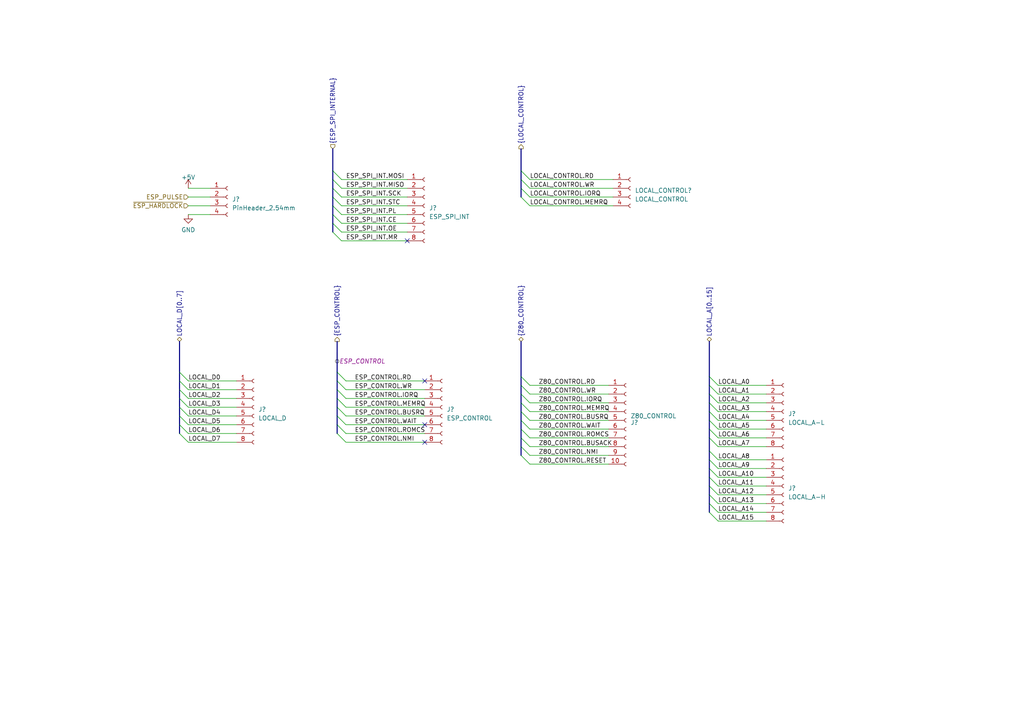
<source format=kicad_sch>
(kicad_sch (version 20230121) (generator eeschema)
  (paper "A4")
  (lib_symbols
    (symbol "Connector:Conn_01x04_Socket" (pin_names (offset 1.016) hide)
      (property "Reference" "J" (at 0 5.08 0))
      (property "Value" "Conn_01x04_Socket" (at 0 -7.62 0))
      (symbol "Conn_01x04_Socket_1_1"
        (arc (start 0 -4.572) (mid -0.5058 -5.08) (end 0 -5.588) (stroke (width 0.1524)))
        (arc (start 0 -2.032) (mid -0.5058 -2.54) (end 0 -3.048) (stroke (width 0.1524)))
        (polyline (pts (xy -1.27 -5.08) (xy -0.508 -5.08)) (stroke (width 0.1524)))
        (polyline (pts (xy -1.27 -2.54) (xy -0.508 -2.54)) (stroke (width 0.1524)))
        (polyline (pts (xy -1.27 0) (xy -0.508 0)) (stroke (width 0.1524)))
        (polyline (pts (xy -1.27 2.54) (xy -0.508 2.54)) (stroke (width 0.1524)))
        (arc (start 0 0.508) (mid -0.5058 0) (end 0 -0.508) (stroke (width 0.1524)))
        (arc (start 0 3.048) (mid -0.5058 2.54) (end 0 2.032) (stroke (width 0.1524)))
        (pin passive line (at -5.08 2.54 0) (length 3.81) (name "Pin_1") (number "1"))
        (pin passive line (at -5.08 0 0) (length 3.81) (name "Pin_2") (number "2"))
        (pin passive line (at -5.08 -2.54 0) (length 3.81) (name "Pin_3") (number "3"))
        (pin passive line (at -5.08 -5.08 0) (length 3.81) (name "Pin_4") (number "4"))
      )
    )
    (symbol "Connector:Conn_01x08_Socket" (pin_names (offset 1.016) hide)
      (property "Reference" "J" (at 0 10.16 0))
      (property "Value" "Conn_01x08_Socket" (at 0 -12.7 0))
      (symbol "Conn_01x08_Socket_1_1"
        (arc (start 0 -9.652) (mid -0.5058 -10.16) (end 0 -10.668) (stroke (width 0.1524)))
        (arc (start 0 -7.112) (mid -0.5058 -7.62) (end 0 -8.128) (stroke (width 0.1524)))
        (arc (start 0 -4.572) (mid -0.5058 -5.08) (end 0 -5.588) (stroke (width 0.1524)))
        (arc (start 0 -2.032) (mid -0.5058 -2.54) (end 0 -3.048) (stroke (width 0.1524)))
        (polyline (pts (xy -1.27 -10.16) (xy -0.508 -10.16)) (stroke (width 0.1524)))
        (polyline (pts (xy -1.27 -7.62) (xy -0.508 -7.62)) (stroke (width 0.1524)))
        (polyline (pts (xy -1.27 -5.08) (xy -0.508 -5.08)) (stroke (width 0.1524)))
        (polyline (pts (xy -1.27 -2.54) (xy -0.508 -2.54)) (stroke (width 0.1524)))
        (polyline (pts (xy -1.27 0) (xy -0.508 0)) (stroke (width 0.1524)))
        (polyline (pts (xy -1.27 2.54) (xy -0.508 2.54)) (stroke (width 0.1524)))
        (polyline (pts (xy -1.27 5.08) (xy -0.508 5.08)) (stroke (width 0.1524)))
        (polyline (pts (xy -1.27 7.62) (xy -0.508 7.62)) (stroke (width 0.1524)))
        (arc (start 0 0.508) (mid -0.5058 0) (end 0 -0.508) (stroke (width 0.1524)))
        (arc (start 0 3.048) (mid -0.5058 2.54) (end 0 2.032) (stroke (width 0.1524)))
        (arc (start 0 5.588) (mid -0.5058 5.08) (end 0 4.572) (stroke (width 0.1524)))
        (arc (start 0 8.128) (mid -0.5058 7.62) (end 0 7.112) (stroke (width 0.1524)))
        (pin passive line (at -5.08 7.62 0) (length 3.81) (name "Pin_1") (number "1"))
        (pin passive line (at -5.08 5.08 0) (length 3.81) (name "Pin_2") (number "2"))
        (pin passive line (at -5.08 2.54 0) (length 3.81) (name "Pin_3") (number "3"))
        (pin passive line (at -5.08 0 0) (length 3.81) (name "Pin_4") (number "4"))
        (pin passive line (at -5.08 -2.54 0) (length 3.81) (name "Pin_5") (number "5"))
        (pin passive line (at -5.08 -5.08 0) (length 3.81) (name "Pin_6") (number "6"))
        (pin passive line (at -5.08 -7.62 0) (length 3.81) (name "Pin_7") (number "7"))
        (pin passive line (at -5.08 -10.16 0) (length 3.81) (name "Pin_8") (number "8"))
      )
    )
    (symbol "Connector:Conn_01x10_Socket" (pin_names (offset 1.016) hide)
      (property "Reference" "J" (at 0 12.7 0))
      (property "Value" "Conn_01x10_Socket" (at 0 -15.24 0))
      (symbol "Conn_01x10_Socket_1_1"
        (arc (start 0 -12.192) (mid -0.5058 -12.7) (end 0 -13.208) (stroke (width 0.1524)))
        (arc (start 0 -9.652) (mid -0.5058 -10.16) (end 0 -10.668) (stroke (width 0.1524)))
        (arc (start 0 -7.112) (mid -0.5058 -7.62) (end 0 -8.128) (stroke (width 0.1524)))
        (arc (start 0 -4.572) (mid -0.5058 -5.08) (end 0 -5.588) (stroke (width 0.1524)))
        (arc (start 0 -2.032) (mid -0.5058 -2.54) (end 0 -3.048) (stroke (width 0.1524)))
        (polyline (pts (xy -1.27 -12.7) (xy -0.508 -12.7)) (stroke (width 0.1524)))
        (polyline (pts (xy -1.27 -10.16) (xy -0.508 -10.16)) (stroke (width 0.1524)))
        (polyline (pts (xy -1.27 -7.62) (xy -0.508 -7.62)) (stroke (width 0.1524)))
        (polyline (pts (xy -1.27 -5.08) (xy -0.508 -5.08)) (stroke (width 0.1524)))
        (polyline (pts (xy -1.27 -2.54) (xy -0.508 -2.54)) (stroke (width 0.1524)))
        (polyline (pts (xy -1.27 0) (xy -0.508 0)) (stroke (width 0.1524)))
        (polyline (pts (xy -1.27 2.54) (xy -0.508 2.54)) (stroke (width 0.1524)))
        (polyline (pts (xy -1.27 5.08) (xy -0.508 5.08)) (stroke (width 0.1524)))
        (polyline (pts (xy -1.27 7.62) (xy -0.508 7.62)) (stroke (width 0.1524)))
        (polyline (pts (xy -1.27 10.16) (xy -0.508 10.16)) (stroke (width 0.1524)))
        (arc (start 0 0.508) (mid -0.5058 0) (end 0 -0.508) (stroke (width 0.1524)))
        (arc (start 0 3.048) (mid -0.5058 2.54) (end 0 2.032) (stroke (width 0.1524)))
        (arc (start 0 5.588) (mid -0.5058 5.08) (end 0 4.572) (stroke (width 0.1524)))
        (arc (start 0 8.128) (mid -0.5058 7.62) (end 0 7.112) (stroke (width 0.1524)))
        (arc (start 0 10.668) (mid -0.5058 10.16) (end 0 9.652) (stroke (width 0.1524)))
        (pin passive line (at -5.08 10.16 0) (length 3.81) (name "Pin_1") (number "1"))
        (pin passive line (at -5.08 -12.7 0) (length 3.81) (name "Pin_10") (number "10"))
        (pin passive line (at -5.08 7.62 0) (length 3.81) (name "Pin_2") (number "2"))
        (pin passive line (at -5.08 5.08 0) (length 3.81) (name "Pin_3") (number "3"))
        (pin passive line (at -5.08 2.54 0) (length 3.81) (name "Pin_4") (number "4"))
        (pin passive line (at -5.08 0 0) (length 3.81) (name "Pin_5") (number "5"))
        (pin passive line (at -5.08 -2.54 0) (length 3.81) (name "Pin_6") (number "6"))
        (pin passive line (at -5.08 -5.08 0) (length 3.81) (name "Pin_7") (number "7"))
        (pin passive line (at -5.08 -7.62 0) (length 3.81) (name "Pin_8") (number "8"))
        (pin passive line (at -5.08 -10.16 0) (length 3.81) (name "Pin_9") (number "9"))
      )
    )
    (symbol "power:+5V" (power) (pin_names (offset 0))
      (property "Value" "+5V" (at 0 3.556 0))
      (symbol "+5V_0_1"
        (polyline (pts (xy -0.762 1.27) (xy 0 2.54)))
        (polyline (pts (xy 0 0) (xy 0 2.54)))
        (polyline (pts (xy 0 2.54) (xy 0.762 1.27)))
      )
      (symbol "+5V_1_1"
        (pin power_in line (at 0 0 90) (length 0) hide (name "+5V") (number "1"))
      )
    )
    (symbol "power:GND" (power) (pin_names (offset 0))
      (property "Value" "GND" (at 0 -3.81 0))
      (symbol "GND_0_1"
        (polyline (pts (xy 0 0) (xy 0 -1.27) (xy 1.27 -1.27) (xy 0 -2.54) (xy -1.27 -1.27) (xy 0 -1.27)))
      )
      (symbol "GND_1_1"
        (pin power_in line (at 0 0 270) (length 0) hide (name "GND") (number "1"))
      )
    )
  )
  (bus_alias "ESP_CONTROL" (members "ESP_CONTROL.RD" "ESP_CONTROL.WR" "ESP_CONTROL.IORQ" "ESP_CONTROL.MEMRQ" "ESP_CONTROL.BUSRQ" "ESP_CONTROL.WAIT" "ESP_CONTROL.ROMCS" "ESP_CONTROL.NMI"))
  (no_connect (at 123.19 123.19))
  (no_connect (at 123.19 110.49))
  (no_connect (at 123.19 128.27))
  (no_connect (at 118.11 69.85))
  (bus_entry (at 205.74 143.51) (size 2.54 2.54))
  (bus_entry (at 52.07 110.49) (size 2.54 2.54))
  (bus_entry (at 97.79 118.11) (size 2.54 2.54))
  (bus_entry (at 151.13 114.3) (size 2.54 2.54))
  (bus_entry (at 151.13 129.54) (size 2.54 2.54))
  (bus_entry (at 96.52 59.69) (size 2.54 2.54))
  (bus_entry (at 52.07 107.95) (size 2.54 2.54))
  (bus_entry (at 151.13 116.84) (size 2.54 2.54))
  (bus_entry (at 96.52 52.07) (size 2.54 2.54))
  (bus_entry (at 97.79 120.65) (size 2.54 2.54))
  (bus_entry (at 205.74 121.92) (size 2.54 2.54))
  (bus_entry (at 151.13 109.22) (size 2.54 2.54))
  (bus_entry (at 97.79 110.49) (size 2.54 2.54))
  (bus_entry (at 205.74 114.3) (size 2.54 2.54))
  (bus_entry (at 96.52 62.23) (size 2.54 2.54))
  (bus_entry (at 151.13 57.15) (size 2.54 2.54))
  (bus_entry (at 52.07 118.11) (size 2.54 2.54))
  (bus_entry (at 97.79 125.73) (size 2.54 2.54))
  (bus_entry (at 96.52 49.53) (size 2.54 2.54))
  (bus_entry (at 205.74 146.05) (size 2.54 2.54))
  (bus_entry (at 151.13 54.61) (size 2.54 2.54))
  (bus_entry (at 151.13 121.92) (size 2.54 2.54))
  (bus_entry (at 52.07 123.19) (size 2.54 2.54))
  (bus_entry (at 151.13 132.08) (size 2.54 2.54))
  (bus_entry (at 52.07 125.73) (size 2.54 2.54))
  (bus_entry (at 205.74 124.46) (size 2.54 2.54))
  (bus_entry (at 205.74 130.81) (size 2.54 2.54))
  (bus_entry (at 205.74 116.84) (size 2.54 2.54))
  (bus_entry (at 205.74 119.38) (size 2.54 2.54))
  (bus_entry (at 96.52 57.15) (size 2.54 2.54))
  (bus_entry (at 96.52 64.77) (size 2.54 2.54))
  (bus_entry (at 52.07 115.57) (size 2.54 2.54))
  (bus_entry (at 97.79 107.95) (size 2.54 2.54))
  (bus_entry (at 151.13 52.07) (size 2.54 2.54))
  (bus_entry (at 151.13 119.38) (size 2.54 2.54))
  (bus_entry (at 96.52 67.31) (size 2.54 2.54))
  (bus_entry (at 52.07 113.03) (size 2.54 2.54))
  (bus_entry (at 151.13 49.53) (size 2.54 2.54))
  (bus_entry (at 97.79 115.57) (size 2.54 2.54))
  (bus_entry (at 205.74 148.59) (size 2.54 2.54))
  (bus_entry (at 151.13 111.76) (size 2.54 2.54))
  (bus_entry (at 52.07 120.65) (size 2.54 2.54))
  (bus_entry (at 205.74 135.89) (size 2.54 2.54))
  (bus_entry (at 205.74 140.97) (size 2.54 2.54))
  (bus_entry (at 151.13 127) (size 2.54 2.54))
  (bus_entry (at 96.52 54.61) (size 2.54 2.54))
  (bus_entry (at 205.74 127) (size 2.54 2.54))
  (bus_entry (at 97.79 123.19) (size 2.54 2.54))
  (bus_entry (at 97.79 113.03) (size 2.54 2.54))
  (bus_entry (at 205.74 109.22) (size 2.54 2.54))
  (bus_entry (at 205.74 111.76) (size 2.54 2.54))
  (bus_entry (at 205.74 133.35) (size 2.54 2.54))
  (bus_entry (at 151.13 124.46) (size 2.54 2.54))
  (bus_entry (at 205.74 138.43) (size 2.54 2.54))
  (bus (pts (xy 151.13 129.54) (xy 151.13 132.08)))
  (bus (pts (xy 151.13 49.53) (xy 151.13 52.07)))
  (wire (pts (xy 222.25 135.89) (xy 208.28 135.89)))
  (wire (pts (xy 100.33 118.11) (xy 123.19 118.11)))
  (bus (pts (xy 151.13 52.07) (xy 151.13 54.61)))
  (bus (pts (xy 97.79 107.95) (xy 97.79 110.49)))
  (bus (pts (xy 205.74 140.97) (xy 205.74 143.51)))
  (wire (pts (xy 100.33 120.65) (xy 123.19 120.65)))
  (wire (pts (xy 153.67 134.62) (xy 176.53 134.62)))
  (bus (pts (xy 151.13 109.22) (xy 151.13 111.76)))
  (bus (pts (xy 96.52 62.23) (xy 96.52 64.77)))
  (wire (pts (xy 222.25 138.43) (xy 208.28 138.43)))
  (wire (pts (xy 153.67 114.3) (xy 176.53 114.3)))
  (bus (pts (xy 205.74 111.76) (xy 205.74 114.3)))
  (wire (pts (xy 99.06 52.07) (xy 118.11 52.07)))
  (bus (pts (xy 205.74 109.22) (xy 205.74 111.76)))
  (bus (pts (xy 205.74 116.84) (xy 205.74 119.38)))
  (wire (pts (xy 99.06 64.77) (xy 118.11 64.77)))
  (bus (pts (xy 52.07 99.06) (xy 52.07 107.95)))
  (bus (pts (xy 52.07 110.49) (xy 52.07 113.03)))
  (bus (pts (xy 96.52 57.15) (xy 96.52 59.69)))
  (wire (pts (xy 222.25 119.38) (xy 208.28 119.38)))
  (wire (pts (xy 153.67 129.54) (xy 176.53 129.54)))
  (bus (pts (xy 151.13 114.3) (xy 151.13 116.84)))
  (wire (pts (xy 153.67 132.08) (xy 176.53 132.08)))
  (bus (pts (xy 205.74 133.35) (xy 205.74 135.89)))
  (bus (pts (xy 97.79 123.19) (xy 97.79 125.73)))
  (bus (pts (xy 96.52 54.61) (xy 96.52 57.15)))
  (wire (pts (xy 222.25 143.51) (xy 208.28 143.51)))
  (bus (pts (xy 52.07 118.11) (xy 52.07 120.65)))
  (wire (pts (xy 68.58 123.19) (xy 54.61 123.19)))
  (bus (pts (xy 151.13 43.18) (xy 151.13 49.53)))
  (wire (pts (xy 100.33 125.73) (xy 123.19 125.73)))
  (wire (pts (xy 222.25 124.46) (xy 208.28 124.46)))
  (bus (pts (xy 151.13 99.06) (xy 151.13 109.22)))
  (wire (pts (xy 222.25 133.35) (xy 208.28 133.35)))
  (bus (pts (xy 97.79 118.11) (xy 97.79 120.65)))
  (wire (pts (xy 100.33 110.49) (xy 123.19 110.49)))
  (bus (pts (xy 205.74 119.38) (xy 205.74 121.92)))
  (bus (pts (xy 205.74 127) (xy 205.74 130.81)))
  (wire (pts (xy 68.58 113.03) (xy 54.61 113.03)))
  (wire (pts (xy 153.67 119.38) (xy 176.53 119.38)))
  (wire (pts (xy 222.25 140.97) (xy 208.28 140.97)))
  (wire (pts (xy 54.61 59.69) (xy 60.96 59.69)))
  (wire (pts (xy 54.61 54.61) (xy 60.96 54.61)))
  (wire (pts (xy 153.67 111.76) (xy 176.53 111.76)))
  (bus (pts (xy 97.79 120.65) (xy 97.79 123.19)))
  (wire (pts (xy 100.33 128.27) (xy 123.19 128.27)))
  (wire (pts (xy 222.25 114.3) (xy 208.28 114.3)))
  (bus (pts (xy 205.74 135.89) (xy 205.74 138.43)))
  (wire (pts (xy 68.58 115.57) (xy 54.61 115.57)))
  (bus (pts (xy 96.52 64.77) (xy 96.52 67.31)))
  (bus (pts (xy 97.79 99.06) (xy 97.79 107.95)))
  (wire (pts (xy 153.67 127) (xy 176.53 127)))
  (wire (pts (xy 68.58 120.65) (xy 54.61 120.65)))
  (wire (pts (xy 222.25 146.05) (xy 208.28 146.05)))
  (bus (pts (xy 205.74 130.81) (xy 205.74 133.35)))
  (bus (pts (xy 205.74 121.92) (xy 205.74 124.46)))
  (bus (pts (xy 205.74 99.06) (xy 205.74 109.22)))
  (wire (pts (xy 222.25 129.54) (xy 208.28 129.54)))
  (wire (pts (xy 153.67 54.61) (xy 177.8 54.61)))
  (bus (pts (xy 205.74 143.51) (xy 205.74 146.05)))
  (bus (pts (xy 52.07 123.19) (xy 52.07 125.73)))
  (wire (pts (xy 153.67 57.15) (xy 177.8 57.15)))
  (wire (pts (xy 153.67 116.84) (xy 176.53 116.84)))
  (bus (pts (xy 97.79 115.57) (xy 97.79 118.11)))
  (wire (pts (xy 153.67 59.69) (xy 177.8 59.69)))
  (bus (pts (xy 151.13 127) (xy 151.13 129.54)))
  (wire (pts (xy 100.33 115.57) (xy 123.19 115.57)))
  (wire (pts (xy 68.58 110.49) (xy 54.61 110.49)))
  (wire (pts (xy 222.25 121.92) (xy 208.28 121.92)))
  (wire (pts (xy 99.06 67.31) (xy 118.11 67.31)))
  (bus (pts (xy 96.52 49.53) (xy 96.52 52.07)))
  (wire (pts (xy 153.67 124.46) (xy 176.53 124.46)))
  (bus (pts (xy 151.13 116.84) (xy 151.13 119.38)))
  (bus (pts (xy 151.13 54.61) (xy 151.13 57.15)))
  (wire (pts (xy 99.06 54.61) (xy 118.11 54.61)))
  (bus (pts (xy 96.52 43.18) (xy 96.52 49.53)))
  (wire (pts (xy 100.33 123.19) (xy 123.19 123.19)))
  (bus (pts (xy 151.13 121.92) (xy 151.13 124.46)))
  (bus (pts (xy 97.79 110.49) (xy 97.79 113.03)))
  (wire (pts (xy 153.67 52.07) (xy 177.8 52.07)))
  (wire (pts (xy 222.25 151.13) (xy 208.28 151.13)))
  (wire (pts (xy 100.33 113.03) (xy 123.19 113.03)))
  (bus (pts (xy 205.74 124.46) (xy 205.74 127)))
  (wire (pts (xy 99.06 57.15) (xy 118.11 57.15)))
  (wire (pts (xy 222.25 116.84) (xy 208.28 116.84)))
  (bus (pts (xy 205.74 146.05) (xy 205.74 148.59)))
  (bus (pts (xy 52.07 115.57) (xy 52.07 118.11)))
  (bus (pts (xy 52.07 107.95) (xy 52.07 110.49)))
  (wire (pts (xy 222.25 127) (xy 208.28 127)))
  (bus (pts (xy 151.13 119.38) (xy 151.13 121.92)))
  (wire (pts (xy 54.61 62.23) (xy 60.96 62.23)))
  (wire (pts (xy 68.58 128.27) (xy 54.61 128.27)))
  (bus (pts (xy 52.07 120.65) (xy 52.07 123.19)))
  (wire (pts (xy 222.25 148.59) (xy 208.28 148.59)))
  (wire (pts (xy 54.61 57.15) (xy 60.96 57.15)))
  (wire (pts (xy 153.67 121.92) (xy 176.53 121.92)))
  (wire (pts (xy 99.06 62.23) (xy 118.11 62.23)))
  (wire (pts (xy 68.58 125.73) (xy 54.61 125.73)))
  (bus (pts (xy 151.13 111.76) (xy 151.13 114.3)))
  (bus (pts (xy 151.13 124.46) (xy 151.13 127)))
  (wire (pts (xy 222.25 111.76) (xy 208.28 111.76)))
  (bus (pts (xy 96.52 52.07) (xy 96.52 54.61)))
  (wire (pts (xy 99.06 69.85) (xy 118.11 69.85)))
  (bus (pts (xy 205.74 114.3) (xy 205.74 116.84)))
  (bus (pts (xy 205.74 138.43) (xy 205.74 140.97)))
  (bus (pts (xy 96.52 59.69) (xy 96.52 62.23)))
  (wire (pts (xy 99.06 59.69) (xy 118.11 59.69)))
  (bus (pts (xy 52.07 113.03) (xy 52.07 115.57)))
  (wire (pts (xy 68.58 118.11) (xy 54.61 118.11)))
  (bus (pts (xy 97.79 113.03) (xy 97.79 115.57)))
  (label "ESP_SPI_INT.MR" (at 100.33 69.85 0))
  (label "LOCAL_A8" (at 208.28 133.35 0))
  (label "ESP_SPI_INT.MISO" (at 100.33 54.61 0))
  (label "ESP_CONTROL.MEMRQ" (at 102.87 118.11 0))
  (label "LOCAL_D3" (at 54.61 118.11 0))
  (label "LOCAL_A11" (at 208.28 140.97 0))
  (label "LOCAL_A3" (at 208.28 119.38 0))
  (label "LOCAL_A10" (at 208.28 138.43 0))
  (label "ESP_CONTROL.WR" (at 102.87 113.03 0))
  (label "Z80_CONTROL.RESET" (at 156.21 134.62 0))
  (label "Z80_CONTROL.MEMRQ" (at 156.21 119.38 0))
  (label "LOCAL_D0" (at 54.61 110.49 0))
  (label "LOCAL_A0" (at 208.28 111.76 0))
  (label "ESP_CONTROL.RD" (at 102.87 110.49 0))
  (label "ESP_SPI_INT.PL" (at 100.33 62.23 0))
  (label "ESP_SPI_INT.SCK" (at 100.33 57.15 0))
  (label "LOCAL_D1" (at 54.61 113.03 0))
  (label "Z80_CONTROL.WR" (at 156.21 114.3 0))
  (label "Z80_CONTROL.NMI" (at 156.21 132.08 0))
  (label "ESP_SPI_INT.STC" (at 100.33 59.69 0))
  (label "LOCAL_A1" (at 208.28 114.3 0))
  (label "LOCAL_A2" (at 208.28 116.84 0))
  (label "LOCAL_A14" (at 208.28 148.59 0))
  (label "ESP_SPI_INT.OE" (at 100.33 67.31 0))
  (label "ESP_CONTROL.BUSRQ" (at 102.87 120.65 0))
  (label "LOCAL_CONTROL.IORQ" (at 153.67 57.15 0))
  (label "Z80_CONTROL.WAIT" (at 156.21 124.46 0))
  (label "LOCAL_D4" (at 54.61 120.65 0))
  (label "LOCAL_A9" (at 208.28 135.89 0))
  (label "ESP_SPI_INT.MOSI" (at 100.33 52.07 0))
  (label "Z80_CONTROL.IORQ" (at 156.21 116.84 0))
  (label "LOCAL_A4" (at 208.28 121.92 0))
  (label "LOCAL_D6" (at 54.61 125.73 0))
  (label "Z80_CONTROL.RD" (at 156.21 111.76 0))
  (label "Z80_CONTROL.ROMCS" (at 156.21 127 0))
  (label "ESP_CONTROL.WAIT" (at 102.87 123.19 0))
  (label "LOCAL_D2" (at 54.61 115.57 0))
  (label "LOCAL_A13" (at 208.28 146.05 0))
  (label "LOCAL_D5" (at 54.61 123.19 0))
  (label "ESP_CONTROL.NMI" (at 102.87 128.27 0))
  (label "ESP_CONTROL.ROMCS" (at 102.87 125.73 0))
  (label "LOCAL_CONTROL.RD" (at 153.67 52.07 0))
  (label "LOCAL_CONTROL.MEMRQ" (at 153.67 59.69 0))
  (label "Z80_CONTROL.BUSACK" (at 156.21 129.54 0))
  (label "LOCAL_A6" (at 208.28 127 0))
  (label "LOCAL_A7" (at 208.28 129.54 0))
  (label "Z80_CONTROL.BUSRQ" (at 156.21 121.92 0))
  (label "ESP_CONTROL.IORQ" (at 102.87 115.57 0))
  (label "LOCAL_D7" (at 54.61 128.27 0))
  (label "LOCAL_A5" (at 208.28 124.46 0))
  (label "LOCAL_A15" (at 208.28 151.13 0))
  (label "LOCAL_CONTROL.WR" (at 153.67 54.61 0))
  (label "ESP_SPI_INT.CE" (at 100.33 64.77 0))
  (label "LOCAL_A12" (at 208.28 143.51 0))
  (hierarchical_label "{ESP_CONTROL}" (shape output) (at 97.79 99.06 90))
  (hierarchical_label "{LOCAL_CONTROL}" (shape output) (at 151.13 43.18 90))
  (hierarchical_label "~{ESP_HARDLOCK}" (shape input) (at 54.61 59.69 180))
  (hierarchical_label "ESP_PULSE" (shape input) (at 54.61 57.15 180))
  (hierarchical_label "LOCAL_A[0..15]" (shape bidirectional) (at 205.74 99.06 90))
  (hierarchical_label "{ESP_SPI_INTERNAL}" (shape input) (at 96.52 43.18 90))
  (hierarchical_label "LOCAL_D[0..7]" (shape bidirectional) (at 52.07 99.06 90))
  (hierarchical_label "{Z80_CONTROL}" (shape bidirectional) (at 151.13 99.06 90))
  (netclass_flag "" (length 2.54) (shape round) (at 97.79 102.235 180) (property "Netclass" "ESP_CONTROL" (at 98.3996 104.775 0) (effects (font italic) (justify left))))
  (symbol (lib_id "power:+5V") (at 54.61 54.61 0) (unit 1)
    (property "Reference" "#PWR?" (effects hide))
    (property "Value" "+5V" (at 54.61 51.435 0))
    (instances (project "SPI-Z80-BUS-ZXSpectrum_impl_V2" (path "" (reference "#PWR?") (unit 1))) (project "ZXspectrum_Concept_v2.kicad_pro" (path "" (reference "#PWR014") (unit 1))))
  )
  (symbol (lib_id "Connector:Conn_01x04_Socket") (at 182.88 54.61 0) (unit 1)
    (property "Reference" "LOCAL_CONTROL?" (at 184.15 55.245 0) (effects (justify left)))
    (property "Value" "LOCAL_CONTROL" (at 184.15 57.785 0) (effects (justify left)))
    (property "Footprint" "Connector_PinHeader_2.54mm:PinHeader_1x04_P2.54mm_Vertical" (effects hide))
    (instances (project "SPI-Z80-BUS-ZXSpectrum_impl_V2" (path "" (reference "LOCAL_CONTROL?") (unit 1))) (project "ZXspectrum_Concept_v2.kicad_pro" (path "" (reference "LOCAL_CONTROL1") (unit 1))))
  )
  (symbol (lib_id "Connector:Conn_01x08_Socket") (at 73.66 118.11 0) (unit 1)
    (property "Reference" "J?" (at 74.93 118.745 0) (effects (justify left)))
    (property "Value" "LOCAL_D" (at 74.93 121.285 0) (effects (justify left)))
    (property "Footprint" "Connector_PinHeader_2.54mm:PinHeader_1x08_P2.54mm_Vertical" (effects hide))
    (instances (project "SPI-Z80-BUS_ZXspectrum" (path "" (reference "J?") (unit 1))) (project "FujiNet_Z80Bus_Basic" (path "" (reference "J?") (unit 1))) (project "SPI-Z80-BUS-ZXSpectrum_impl_V2" (path "" (reference "J?") (unit 1)) (path "" (reference "J?") (unit 1))) (project "ZXspectrum_Concept_v2.kicad_pro" (path "" (reference "J2") (unit 1))))
  )
  (symbol (lib_id "Connector:Conn_01x08_Socket") (at 128.27 118.11 0) (unit 1)
    (property "Reference" "J?" (at 129.54 118.745 0) (effects (justify left)))
    (property "Value" "ESP_CONTROL" (at 129.54 121.285 0) (effects (justify left)))
    (property "Footprint" "Connector_PinHeader_2.54mm:PinHeader_1x08_P2.54mm_Vertical" (effects hide))
    (instances (project "SPI-Z80-BUS_ZXspectrum" (path "" (reference "J?") (unit 1))) (project "FujiNet_Z80Bus_Basic" (path "" (reference "J?") (unit 1))) (project "SPI-Z80-BUS-ZXSpectrum_impl_V2" (path "" (reference "J?") (unit 1)) (path "" (reference "J?") (unit 1))) (project "ZXspectrum_Concept_v2.kicad_pro" (path "" (reference "J4") (unit 1))))
  )
  (symbol (lib_id "power:GND") (at 54.61 62.23 0) (unit 1)
    (property "Reference" "#PWR?" (effects hide))
    (property "Value" "GND" (at 54.61 66.675 0))
    (instances (project "SPI-Z80-BUS-ZXSpectrum_impl_V2" (path "" (reference "#PWR?") (unit 1))) (project "ZXspectrum_Concept_v2.kicad_pro" (path "" (reference "#PWR015") (unit 1))))
  )
  (symbol (lib_id "Connector:Conn_01x10_Socket") (at 181.61 121.92 0) (unit 1)
    (property "Reference" "J?" (at 182.88 122.555 0) (effects (justify left)))
    (property "Value" "Z80_CONTROL" (at 182.88 120.65 0) (effects (justify left)))
    (property "Footprint" "Connector_PinHeader_2.54mm:PinHeader_1x10_P2.54mm_Vertical" (effects hide))
    (instances (project "SPI-Z80-BUS-ZXSpectrum_impl_V2" (path "" (reference "J?") (unit 1))) (project "ZXspectrum_Concept_v2.kicad_pro" (path "" (reference "J5") (unit 1))))
  )
  (symbol (lib_id "Connector:Conn_01x04_Socket") (at 66.04 57.15 0) (unit 1)
    (property "Reference" "J?" (at 67.31 57.785 0) (effects (justify left)))
    (property "Value" "PinHeader_2.54mm" (at 67.31 60.325 0) (effects (justify left)))
    (property "Footprint" "Connector_PinHeader_2.54mm:PinHeader_1x04_P2.54mm_Vertical" (effects hide))
    (instances (project "SPI-Z80-BUS-ZXSpectrum_impl_V2" (path "" (reference "J?") (unit 1))) (project "ZXspectrum_Concept_v2.kicad_pro" (path "" (reference "J1") (unit 1))))
  )
  (symbol (lib_id "Connector:Conn_01x08_Socket") (at 227.33 119.38 0) (unit 1)
    (property "Reference" "J?" (at 228.6 120.015 0) (effects (justify left)))
    (property "Value" "LOCAL_A-L" (at 228.6 122.555 0) (effects (justify left)))
    (property "Footprint" "Connector_PinHeader_2.54mm:PinHeader_1x08_P2.54mm_Vertical" (effects hide))
    (instances (project "SPI-Z80-BUS_ZXspectrum" (path "" (reference "J?") (unit 1))) (project "FujiNet_Z80Bus_Basic" (path "" (reference "J?") (unit 1))) (project "SPI-Z80-BUS-ZXSpectrum_impl_V2" (path "" (reference "J?") (unit 1)) (path "" (reference "J?") (unit 1))) (project "ZXspectrum_Concept_v2.kicad_pro" (path "" (reference "J6") (unit 1))))
  )
  (symbol (lib_id "Connector:Conn_01x08_Socket") (at 227.33 140.97 0) (unit 1)
    (property "Reference" "J?" (at 228.6 141.605 0) (effects (justify left)))
    (property "Value" "LOCAL_A-H" (at 228.6 144.145 0) (effects (justify left)))
    (property "Footprint" "Connector_PinHeader_2.54mm:PinHeader_1x08_P2.54mm_Vertical" (effects hide))
    (instances (project "SPI-Z80-BUS_ZXspectrum" (path "" (reference "J?") (unit 1))) (project "FujiNet_Z80Bus_Basic" (path "" (reference "J?") (unit 1))) (project "SPI-Z80-BUS-ZXSpectrum_impl_V2" (path "" (reference "J?") (unit 1)) (path "" (reference "J?") (unit 1))) (project "ZXspectrum_Concept_v2.kicad_pro" (path "" (reference "J7") (unit 1))))
  )
  (symbol (lib_id "Connector:Conn_01x08_Socket") (at 123.19 59.69 0) (unit 1)
    (property "Reference" "J?" (at 124.46 60.325 0) (effects (justify left)))
    (property "Value" "ESP_SPI_INT" (at 124.46 62.865 0) (effects (justify left)))
    (property "Footprint" "Connector_PinHeader_2.54mm:PinHeader_1x08_P2.54mm_Vertical" (effects hide))
    (instances (project "SPI-Z80-BUS_ZXspectrum" (path "" (reference "J?") (unit 1))) (project "FujiNet_Z80Bus_Basic" (path "" (reference "J?") (unit 1))) (project "SPI-Z80-BUS-ZXSpectrum_impl_V2" (path "" (reference "J?") (unit 1)) (path "" (reference "J?") (unit 1))) (project "ZXspectrum_Concept_v2.kicad_pro" (path "" (reference "J3") (unit 1))))
  )
)
</source>
